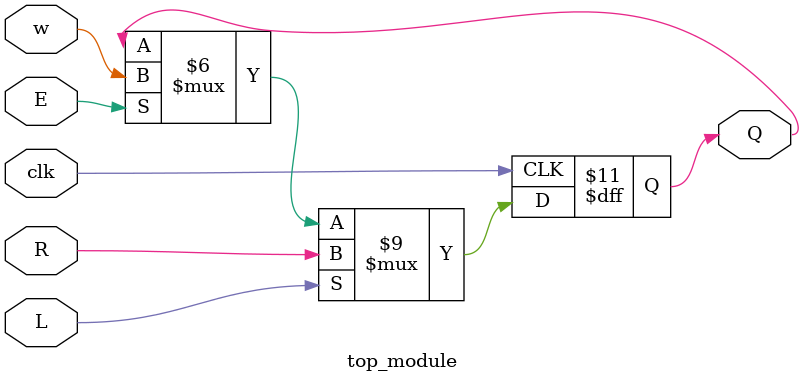
<source format=v>
module top_module (
    input clk,
    input w, R, E, L,
    output Q
);

    always @(posedge clk) begin
        if(L==1)
            Q <= R;
        else begin
            if (E==0)
                Q <= Q;
            if (E==1)
                Q <= w;
        end
    end
endmodule

</source>
